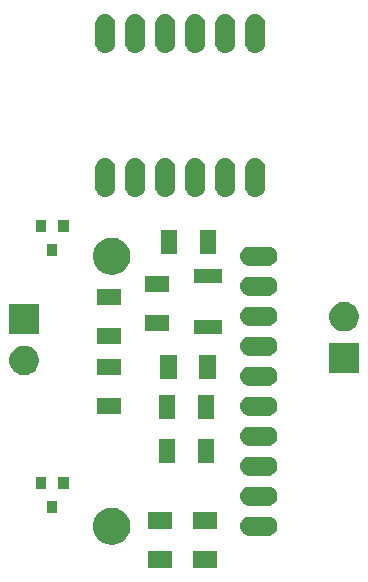
<source format=gbr>
G04 #@! TF.GenerationSoftware,KiCad,Pcbnew,(5.1.5-0-10_14)*
G04 #@! TF.CreationDate,2020-12-02T11:51:34+01:00*
G04 #@! TF.ProjectId,smartcitizen-adc-4-ch,736d6172-7463-4697-9469-7a656e2d6164,rev?*
G04 #@! TF.SameCoordinates,Original*
G04 #@! TF.FileFunction,Soldermask,Bot*
G04 #@! TF.FilePolarity,Negative*
%FSLAX46Y46*%
G04 Gerber Fmt 4.6, Leading zero omitted, Abs format (unit mm)*
G04 Created by KiCad (PCBNEW (5.1.5-0-10_14)) date 2020-12-02 11:51:34*
%MOMM*%
%LPD*%
G04 APERTURE LIST*
%ADD10C,0.100000*%
G04 APERTURE END LIST*
D10*
G36*
X159143900Y-107543800D02*
G01*
X157136900Y-107543800D01*
X157136900Y-106171800D01*
X159143900Y-106171800D01*
X159143900Y-107543800D01*
G37*
G36*
X155283100Y-107543800D02*
G01*
X153276100Y-107543800D01*
X153276100Y-106171800D01*
X155283100Y-106171800D01*
X155283100Y-107543800D01*
G37*
G36*
X150518867Y-102493663D02*
G01*
X150671011Y-102523926D01*
X150789737Y-102573104D01*
X150957641Y-102642652D01*
X150957642Y-102642653D01*
X151215604Y-102815017D01*
X151434983Y-103034396D01*
X151550153Y-103206761D01*
X151607348Y-103292359D01*
X151676896Y-103460263D01*
X151726074Y-103578989D01*
X151755270Y-103725770D01*
X151786600Y-103883275D01*
X151786600Y-104193525D01*
X151756337Y-104345667D01*
X151727178Y-104492263D01*
X151726074Y-104497810D01*
X151607348Y-104784441D01*
X151607347Y-104784442D01*
X151434983Y-105042404D01*
X151215604Y-105261783D01*
X151043239Y-105376953D01*
X150957641Y-105434148D01*
X150789737Y-105503696D01*
X150671011Y-105552874D01*
X150518867Y-105583137D01*
X150366725Y-105613400D01*
X150056475Y-105613400D01*
X149904333Y-105583137D01*
X149752189Y-105552874D01*
X149633463Y-105503696D01*
X149465559Y-105434148D01*
X149379961Y-105376953D01*
X149207596Y-105261783D01*
X148988217Y-105042404D01*
X148815853Y-104784442D01*
X148815852Y-104784441D01*
X148697126Y-104497810D01*
X148696023Y-104492263D01*
X148666863Y-104345668D01*
X148636600Y-104193525D01*
X148636600Y-103883275D01*
X148667930Y-103725770D01*
X148697126Y-103578989D01*
X148746304Y-103460263D01*
X148815852Y-103292359D01*
X148873047Y-103206761D01*
X148988217Y-103034396D01*
X149207596Y-102815017D01*
X149465558Y-102642653D01*
X149465559Y-102642652D01*
X149633463Y-102573104D01*
X149752189Y-102523926D01*
X149904333Y-102493663D01*
X150056475Y-102463400D01*
X150366725Y-102463400D01*
X150518867Y-102493663D01*
G37*
G36*
X163503347Y-103229321D02*
G01*
X163582976Y-103237164D01*
X163736227Y-103283652D01*
X163736230Y-103283653D01*
X163877463Y-103359144D01*
X164001259Y-103460741D01*
X164102856Y-103584537D01*
X164178347Y-103725770D01*
X164178348Y-103725773D01*
X164224836Y-103879024D01*
X164240533Y-104038400D01*
X164224836Y-104197776D01*
X164178348Y-104351027D01*
X164178347Y-104351030D01*
X164102856Y-104492263D01*
X164001259Y-104616059D01*
X163877463Y-104717656D01*
X163736230Y-104793147D01*
X163736227Y-104793148D01*
X163582976Y-104839636D01*
X163503347Y-104847479D01*
X163463534Y-104851400D01*
X161859666Y-104851400D01*
X161819853Y-104847479D01*
X161740224Y-104839636D01*
X161586973Y-104793148D01*
X161586970Y-104793147D01*
X161445737Y-104717656D01*
X161321941Y-104616059D01*
X161220344Y-104492263D01*
X161144853Y-104351030D01*
X161144852Y-104351027D01*
X161098364Y-104197776D01*
X161082667Y-104038400D01*
X161098364Y-103879024D01*
X161144852Y-103725773D01*
X161144853Y-103725770D01*
X161220344Y-103584537D01*
X161321941Y-103460741D01*
X161445737Y-103359144D01*
X161586970Y-103283653D01*
X161586973Y-103283652D01*
X161740224Y-103237164D01*
X161819853Y-103229321D01*
X161859666Y-103225400D01*
X163463534Y-103225400D01*
X163503347Y-103229321D01*
G37*
G36*
X159143900Y-104241800D02*
G01*
X157136900Y-104241800D01*
X157136900Y-102869800D01*
X159143900Y-102869800D01*
X159143900Y-104241800D01*
G37*
G36*
X155283100Y-104241800D02*
G01*
X153276100Y-104241800D01*
X153276100Y-102869800D01*
X155283100Y-102869800D01*
X155283100Y-104241800D01*
G37*
G36*
X145619300Y-102911500D02*
G01*
X144729900Y-102911500D01*
X144729900Y-101920500D01*
X145619300Y-101920500D01*
X145619300Y-102911500D01*
G37*
G36*
X163503347Y-100689321D02*
G01*
X163582976Y-100697164D01*
X163736227Y-100743652D01*
X163736230Y-100743653D01*
X163877463Y-100819144D01*
X164001259Y-100920741D01*
X164102856Y-101044537D01*
X164178347Y-101185770D01*
X164178348Y-101185773D01*
X164224836Y-101339024D01*
X164240533Y-101498400D01*
X164224836Y-101657776D01*
X164178348Y-101811027D01*
X164178347Y-101811030D01*
X164102856Y-101952263D01*
X164001259Y-102076059D01*
X163877463Y-102177656D01*
X163736230Y-102253147D01*
X163736227Y-102253148D01*
X163582976Y-102299636D01*
X163503347Y-102307479D01*
X163463534Y-102311400D01*
X161859666Y-102311400D01*
X161819853Y-102307479D01*
X161740224Y-102299636D01*
X161586973Y-102253148D01*
X161586970Y-102253147D01*
X161445737Y-102177656D01*
X161321941Y-102076059D01*
X161220344Y-101952263D01*
X161144853Y-101811030D01*
X161144852Y-101811027D01*
X161098364Y-101657776D01*
X161082667Y-101498400D01*
X161098364Y-101339024D01*
X161144852Y-101185773D01*
X161144853Y-101185770D01*
X161220344Y-101044537D01*
X161321941Y-100920741D01*
X161445737Y-100819144D01*
X161586970Y-100743653D01*
X161586973Y-100743652D01*
X161740224Y-100697164D01*
X161819853Y-100689321D01*
X161859666Y-100685400D01*
X163463534Y-100685400D01*
X163503347Y-100689321D01*
G37*
G36*
X146584500Y-100879500D02*
G01*
X145695100Y-100879500D01*
X145695100Y-99888500D01*
X146584500Y-99888500D01*
X146584500Y-100879500D01*
G37*
G36*
X144654100Y-100879500D02*
G01*
X143764700Y-100879500D01*
X143764700Y-99888500D01*
X144654100Y-99888500D01*
X144654100Y-100879500D01*
G37*
G36*
X163503347Y-98149321D02*
G01*
X163582976Y-98157164D01*
X163736227Y-98203652D01*
X163736230Y-98203653D01*
X163877463Y-98279144D01*
X164001259Y-98380741D01*
X164102856Y-98504537D01*
X164178347Y-98645770D01*
X164178348Y-98645773D01*
X164224836Y-98799024D01*
X164240533Y-98958400D01*
X164224836Y-99117776D01*
X164178348Y-99271027D01*
X164178347Y-99271030D01*
X164102856Y-99412263D01*
X164001259Y-99536059D01*
X163877463Y-99637656D01*
X163736230Y-99713147D01*
X163736227Y-99713148D01*
X163582976Y-99759636D01*
X163503347Y-99767479D01*
X163463534Y-99771400D01*
X161859666Y-99771400D01*
X161819853Y-99767479D01*
X161740224Y-99759636D01*
X161586973Y-99713148D01*
X161586970Y-99713147D01*
X161445737Y-99637656D01*
X161321941Y-99536059D01*
X161220344Y-99412263D01*
X161144853Y-99271030D01*
X161144852Y-99271027D01*
X161098364Y-99117776D01*
X161082667Y-98958400D01*
X161098364Y-98799024D01*
X161144852Y-98645773D01*
X161144853Y-98645770D01*
X161220344Y-98504537D01*
X161321941Y-98380741D01*
X161445737Y-98279144D01*
X161586970Y-98203653D01*
X161586973Y-98203652D01*
X161740224Y-98157164D01*
X161819853Y-98149321D01*
X161859666Y-98145400D01*
X163463534Y-98145400D01*
X163503347Y-98149321D01*
G37*
G36*
X155600600Y-98691900D02*
G01*
X154228600Y-98691900D01*
X154228600Y-96684900D01*
X155600600Y-96684900D01*
X155600600Y-98691900D01*
G37*
G36*
X158902600Y-98691900D02*
G01*
X157530600Y-98691900D01*
X157530600Y-96684900D01*
X158902600Y-96684900D01*
X158902600Y-98691900D01*
G37*
G36*
X163503347Y-95609321D02*
G01*
X163582976Y-95617164D01*
X163736227Y-95663652D01*
X163736230Y-95663653D01*
X163877463Y-95739144D01*
X164001259Y-95840741D01*
X164102856Y-95964537D01*
X164178347Y-96105770D01*
X164178348Y-96105773D01*
X164224836Y-96259024D01*
X164240533Y-96418400D01*
X164224836Y-96577776D01*
X164192340Y-96684900D01*
X164178347Y-96731030D01*
X164102856Y-96872263D01*
X164001259Y-96996059D01*
X163877463Y-97097656D01*
X163736230Y-97173147D01*
X163736227Y-97173148D01*
X163582976Y-97219636D01*
X163503347Y-97227479D01*
X163463534Y-97231400D01*
X161859666Y-97231400D01*
X161819853Y-97227479D01*
X161740224Y-97219636D01*
X161586973Y-97173148D01*
X161586970Y-97173147D01*
X161445737Y-97097656D01*
X161321941Y-96996059D01*
X161220344Y-96872263D01*
X161144853Y-96731030D01*
X161130860Y-96684900D01*
X161098364Y-96577776D01*
X161082667Y-96418400D01*
X161098364Y-96259024D01*
X161144852Y-96105773D01*
X161144853Y-96105770D01*
X161220344Y-95964537D01*
X161321941Y-95840741D01*
X161445737Y-95739144D01*
X161586970Y-95663653D01*
X161586973Y-95663652D01*
X161740224Y-95617164D01*
X161819853Y-95609321D01*
X161859666Y-95605400D01*
X163463534Y-95605400D01*
X163503347Y-95609321D01*
G37*
G36*
X158877200Y-94932700D02*
G01*
X157505200Y-94932700D01*
X157505200Y-92925700D01*
X158877200Y-92925700D01*
X158877200Y-94932700D01*
G37*
G36*
X155575200Y-94932700D02*
G01*
X154203200Y-94932700D01*
X154203200Y-92925700D01*
X155575200Y-92925700D01*
X155575200Y-94932700D01*
G37*
G36*
X163503347Y-93069321D02*
G01*
X163582976Y-93077164D01*
X163736227Y-93123652D01*
X163736230Y-93123653D01*
X163877463Y-93199144D01*
X164001259Y-93300741D01*
X164102856Y-93424537D01*
X164178347Y-93565770D01*
X164178348Y-93565773D01*
X164224836Y-93719024D01*
X164240533Y-93878400D01*
X164224836Y-94037776D01*
X164178348Y-94191027D01*
X164178347Y-94191030D01*
X164102856Y-94332263D01*
X164001259Y-94456059D01*
X163877463Y-94557656D01*
X163736230Y-94633147D01*
X163736227Y-94633148D01*
X163582976Y-94679636D01*
X163503347Y-94687479D01*
X163463534Y-94691400D01*
X161859666Y-94691400D01*
X161819853Y-94687479D01*
X161740224Y-94679636D01*
X161586973Y-94633148D01*
X161586970Y-94633147D01*
X161445737Y-94557656D01*
X161321941Y-94456059D01*
X161220344Y-94332263D01*
X161144853Y-94191030D01*
X161144852Y-94191027D01*
X161098364Y-94037776D01*
X161082667Y-93878400D01*
X161098364Y-93719024D01*
X161144852Y-93565773D01*
X161144853Y-93565770D01*
X161220344Y-93424537D01*
X161321941Y-93300741D01*
X161445737Y-93199144D01*
X161586970Y-93123653D01*
X161586973Y-93123652D01*
X161740224Y-93077164D01*
X161819853Y-93069321D01*
X161859666Y-93065400D01*
X163463534Y-93065400D01*
X163503347Y-93069321D01*
G37*
G36*
X151015900Y-94539000D02*
G01*
X149008900Y-94539000D01*
X149008900Y-93167000D01*
X151015900Y-93167000D01*
X151015900Y-94539000D01*
G37*
G36*
X163503347Y-90529321D02*
G01*
X163582976Y-90537164D01*
X163736227Y-90583652D01*
X163736230Y-90583653D01*
X163877463Y-90659144D01*
X164001259Y-90760741D01*
X164102856Y-90884537D01*
X164178347Y-91025770D01*
X164178348Y-91025773D01*
X164224836Y-91179024D01*
X164240533Y-91338400D01*
X164224836Y-91497776D01*
X164199924Y-91579900D01*
X164178347Y-91651030D01*
X164102856Y-91792263D01*
X164001259Y-91916059D01*
X163877463Y-92017656D01*
X163736230Y-92093147D01*
X163736227Y-92093148D01*
X163582976Y-92139636D01*
X163503347Y-92147479D01*
X163463534Y-92151400D01*
X161859666Y-92151400D01*
X161819853Y-92147479D01*
X161740224Y-92139636D01*
X161586973Y-92093148D01*
X161586970Y-92093147D01*
X161445737Y-92017656D01*
X161321941Y-91916059D01*
X161220344Y-91792263D01*
X161144853Y-91651030D01*
X161123276Y-91579900D01*
X161098364Y-91497776D01*
X161082667Y-91338400D01*
X161098364Y-91179024D01*
X161144852Y-91025773D01*
X161144853Y-91025770D01*
X161220344Y-90884537D01*
X161321941Y-90760741D01*
X161445737Y-90659144D01*
X161586970Y-90583653D01*
X161586973Y-90583652D01*
X161740224Y-90537164D01*
X161819853Y-90529321D01*
X161859666Y-90525400D01*
X163463534Y-90525400D01*
X163503347Y-90529321D01*
G37*
G36*
X159004200Y-91579900D02*
G01*
X157632200Y-91579900D01*
X157632200Y-89572900D01*
X159004200Y-89572900D01*
X159004200Y-91579900D01*
G37*
G36*
X155702200Y-91579900D02*
G01*
X154330200Y-91579900D01*
X154330200Y-89572900D01*
X155702200Y-89572900D01*
X155702200Y-91579900D01*
G37*
G36*
X143164903Y-88797075D02*
G01*
X143392571Y-88891378D01*
X143597466Y-89028285D01*
X143771715Y-89202534D01*
X143887661Y-89376059D01*
X143908623Y-89407431D01*
X144002925Y-89635097D01*
X144051000Y-89876786D01*
X144051000Y-90123214D01*
X144002925Y-90364903D01*
X143912317Y-90583652D01*
X143908622Y-90592571D01*
X143771715Y-90797466D01*
X143597466Y-90971715D01*
X143392571Y-91108622D01*
X143392570Y-91108623D01*
X143392569Y-91108623D01*
X143164903Y-91202925D01*
X142923214Y-91251000D01*
X142676786Y-91251000D01*
X142435097Y-91202925D01*
X142207431Y-91108623D01*
X142207430Y-91108623D01*
X142207429Y-91108622D01*
X142002534Y-90971715D01*
X141828285Y-90797466D01*
X141691378Y-90592571D01*
X141687684Y-90583652D01*
X141597075Y-90364903D01*
X141549000Y-90123214D01*
X141549000Y-89876786D01*
X141597075Y-89635097D01*
X141691377Y-89407431D01*
X141712339Y-89376059D01*
X141828285Y-89202534D01*
X142002534Y-89028285D01*
X142207429Y-88891378D01*
X142435097Y-88797075D01*
X142676786Y-88749000D01*
X142923214Y-88749000D01*
X143164903Y-88797075D01*
G37*
G36*
X151015900Y-91237000D02*
G01*
X149008900Y-91237000D01*
X149008900Y-89865000D01*
X151015900Y-89865000D01*
X151015900Y-91237000D01*
G37*
G36*
X171151000Y-91051000D02*
G01*
X168649000Y-91051000D01*
X168649000Y-88549000D01*
X171151000Y-88549000D01*
X171151000Y-91051000D01*
G37*
G36*
X163503347Y-87989321D02*
G01*
X163582976Y-87997164D01*
X163736227Y-88043652D01*
X163736230Y-88043653D01*
X163877463Y-88119144D01*
X164001259Y-88220741D01*
X164102856Y-88344537D01*
X164178347Y-88485770D01*
X164178348Y-88485773D01*
X164224836Y-88639024D01*
X164240533Y-88798400D01*
X164224836Y-88957776D01*
X164203447Y-89028285D01*
X164178347Y-89111030D01*
X164102856Y-89252263D01*
X164001259Y-89376059D01*
X163877463Y-89477656D01*
X163736230Y-89553147D01*
X163736227Y-89553148D01*
X163582976Y-89599636D01*
X163503347Y-89607479D01*
X163463534Y-89611400D01*
X161859666Y-89611400D01*
X161819853Y-89607479D01*
X161740224Y-89599636D01*
X161586973Y-89553148D01*
X161586970Y-89553147D01*
X161445737Y-89477656D01*
X161321941Y-89376059D01*
X161220344Y-89252263D01*
X161144853Y-89111030D01*
X161119753Y-89028285D01*
X161098364Y-88957776D01*
X161082667Y-88798400D01*
X161098364Y-88639024D01*
X161144852Y-88485773D01*
X161144853Y-88485770D01*
X161220344Y-88344537D01*
X161321941Y-88220741D01*
X161445737Y-88119144D01*
X161586970Y-88043653D01*
X161586973Y-88043652D01*
X161740224Y-87997164D01*
X161819853Y-87989321D01*
X161859666Y-87985400D01*
X163463534Y-87985400D01*
X163503347Y-87989321D01*
G37*
G36*
X151015900Y-88595400D02*
G01*
X149008900Y-88595400D01*
X149008900Y-87223400D01*
X151015900Y-87223400D01*
X151015900Y-88595400D01*
G37*
G36*
X159570400Y-87790200D02*
G01*
X157218400Y-87790200D01*
X157218400Y-86588200D01*
X159570400Y-86588200D01*
X159570400Y-87790200D01*
G37*
G36*
X144051000Y-87751000D02*
G01*
X141549000Y-87751000D01*
X141549000Y-85249000D01*
X144051000Y-85249000D01*
X144051000Y-87751000D01*
G37*
G36*
X170264903Y-85097075D02*
G01*
X170492571Y-85191378D01*
X170697466Y-85328285D01*
X170871715Y-85502534D01*
X171008622Y-85707429D01*
X171008623Y-85707431D01*
X171102925Y-85935097D01*
X171151000Y-86176786D01*
X171151000Y-86423214D01*
X171102925Y-86664903D01*
X171083308Y-86712264D01*
X171008622Y-86892571D01*
X170871715Y-87097466D01*
X170697466Y-87271715D01*
X170492571Y-87408622D01*
X170492570Y-87408623D01*
X170492569Y-87408623D01*
X170264903Y-87502925D01*
X170023214Y-87551000D01*
X169776786Y-87551000D01*
X169535097Y-87502925D01*
X169307431Y-87408623D01*
X169307430Y-87408623D01*
X169307429Y-87408622D01*
X169102534Y-87271715D01*
X168928285Y-87097466D01*
X168791378Y-86892571D01*
X168716693Y-86712264D01*
X168697075Y-86664903D01*
X168649000Y-86423214D01*
X168649000Y-86176786D01*
X168697075Y-85935097D01*
X168791377Y-85707431D01*
X168791378Y-85707429D01*
X168928285Y-85502534D01*
X169102534Y-85328285D01*
X169307429Y-85191378D01*
X169535097Y-85097075D01*
X169776786Y-85049000D01*
X170023214Y-85049000D01*
X170264903Y-85097075D01*
G37*
G36*
X155079900Y-87528600D02*
G01*
X153072900Y-87528600D01*
X153072900Y-86156600D01*
X155079900Y-86156600D01*
X155079900Y-87528600D01*
G37*
G36*
X163503347Y-85449321D02*
G01*
X163582976Y-85457164D01*
X163732541Y-85502534D01*
X163736230Y-85503653D01*
X163877463Y-85579144D01*
X164001259Y-85680741D01*
X164102856Y-85804537D01*
X164178347Y-85945770D01*
X164178348Y-85945773D01*
X164224836Y-86099024D01*
X164240533Y-86258400D01*
X164224836Y-86417776D01*
X164223186Y-86423214D01*
X164178347Y-86571030D01*
X164102856Y-86712263D01*
X164001259Y-86836059D01*
X163877463Y-86937656D01*
X163736230Y-87013147D01*
X163736227Y-87013148D01*
X163582976Y-87059636D01*
X163503347Y-87067479D01*
X163463534Y-87071400D01*
X161859666Y-87071400D01*
X161819853Y-87067479D01*
X161740224Y-87059636D01*
X161586973Y-87013148D01*
X161586970Y-87013147D01*
X161445737Y-86937656D01*
X161321941Y-86836059D01*
X161220344Y-86712263D01*
X161144853Y-86571030D01*
X161100014Y-86423214D01*
X161098364Y-86417776D01*
X161082667Y-86258400D01*
X161098364Y-86099024D01*
X161144852Y-85945773D01*
X161144853Y-85945770D01*
X161220344Y-85804537D01*
X161321941Y-85680741D01*
X161445737Y-85579144D01*
X161586970Y-85503653D01*
X161590659Y-85502534D01*
X161740224Y-85457164D01*
X161819853Y-85449321D01*
X161859666Y-85445400D01*
X163463534Y-85445400D01*
X163503347Y-85449321D01*
G37*
G36*
X151015900Y-85293400D02*
G01*
X149008900Y-85293400D01*
X149008900Y-83921400D01*
X151015900Y-83921400D01*
X151015900Y-85293400D01*
G37*
G36*
X163503347Y-82909321D02*
G01*
X163582976Y-82917164D01*
X163736227Y-82963652D01*
X163736230Y-82963653D01*
X163877463Y-83039144D01*
X164001259Y-83140741D01*
X164102856Y-83264537D01*
X164178347Y-83405770D01*
X164178348Y-83405773D01*
X164224836Y-83559024D01*
X164240533Y-83718400D01*
X164224836Y-83877776D01*
X164178348Y-84031027D01*
X164178347Y-84031030D01*
X164102856Y-84172263D01*
X164001259Y-84296059D01*
X163877463Y-84397656D01*
X163736230Y-84473147D01*
X163736227Y-84473148D01*
X163582976Y-84519636D01*
X163503347Y-84527479D01*
X163463534Y-84531400D01*
X161859666Y-84531400D01*
X161819853Y-84527479D01*
X161740224Y-84519636D01*
X161586973Y-84473148D01*
X161586970Y-84473147D01*
X161445737Y-84397656D01*
X161321941Y-84296059D01*
X161220344Y-84172263D01*
X161144853Y-84031030D01*
X161144852Y-84031027D01*
X161098364Y-83877776D01*
X161082667Y-83718400D01*
X161098364Y-83559024D01*
X161144852Y-83405773D01*
X161144853Y-83405770D01*
X161220344Y-83264537D01*
X161321941Y-83140741D01*
X161445737Y-83039144D01*
X161586970Y-82963653D01*
X161586973Y-82963652D01*
X161740224Y-82917164D01*
X161819853Y-82909321D01*
X161859666Y-82905400D01*
X163463534Y-82905400D01*
X163503347Y-82909321D01*
G37*
G36*
X155079900Y-84226600D02*
G01*
X153072900Y-84226600D01*
X153072900Y-82854600D01*
X155079900Y-82854600D01*
X155079900Y-84226600D01*
G37*
G36*
X159570400Y-83490200D02*
G01*
X157218400Y-83490200D01*
X157218400Y-82288200D01*
X159570400Y-82288200D01*
X159570400Y-83490200D01*
G37*
G36*
X150518867Y-79633663D02*
G01*
X150671011Y-79663926D01*
X150789737Y-79713104D01*
X150957641Y-79782652D01*
X150957642Y-79782653D01*
X151215604Y-79955017D01*
X151434983Y-80174396D01*
X151550153Y-80346761D01*
X151607348Y-80432359D01*
X151676896Y-80600263D01*
X151726074Y-80718989D01*
X151755270Y-80865770D01*
X151784656Y-81013500D01*
X151786600Y-81023276D01*
X151786600Y-81333524D01*
X151727178Y-81632263D01*
X151726074Y-81637810D01*
X151607348Y-81924441D01*
X151607347Y-81924442D01*
X151434983Y-82182404D01*
X151215604Y-82401783D01*
X151043239Y-82516953D01*
X150957641Y-82574148D01*
X150789737Y-82643696D01*
X150671011Y-82692874D01*
X150518867Y-82723137D01*
X150366725Y-82753400D01*
X150056475Y-82753400D01*
X149904333Y-82723137D01*
X149752189Y-82692874D01*
X149633463Y-82643696D01*
X149465559Y-82574148D01*
X149379961Y-82516953D01*
X149207596Y-82401783D01*
X148988217Y-82182404D01*
X148815853Y-81924442D01*
X148815852Y-81924441D01*
X148697126Y-81637810D01*
X148696023Y-81632263D01*
X148636600Y-81333524D01*
X148636600Y-81023276D01*
X148638545Y-81013500D01*
X148667930Y-80865770D01*
X148697126Y-80718989D01*
X148746304Y-80600263D01*
X148815852Y-80432359D01*
X148873047Y-80346761D01*
X148988217Y-80174396D01*
X149207596Y-79955017D01*
X149465558Y-79782653D01*
X149465559Y-79782652D01*
X149633463Y-79713104D01*
X149752189Y-79663926D01*
X150056475Y-79603400D01*
X150366725Y-79603400D01*
X150518867Y-79633663D01*
G37*
G36*
X163503347Y-80369321D02*
G01*
X163582976Y-80377164D01*
X163736227Y-80423652D01*
X163736230Y-80423653D01*
X163877463Y-80499144D01*
X164001259Y-80600741D01*
X164102856Y-80724537D01*
X164178347Y-80865770D01*
X164178348Y-80865773D01*
X164224836Y-81019024D01*
X164240533Y-81178400D01*
X164224836Y-81337776D01*
X164178348Y-81491027D01*
X164178347Y-81491030D01*
X164102856Y-81632263D01*
X164001259Y-81756059D01*
X163877463Y-81857656D01*
X163736230Y-81933147D01*
X163736227Y-81933148D01*
X163582976Y-81979636D01*
X163503347Y-81987479D01*
X163463534Y-81991400D01*
X161859666Y-81991400D01*
X161819853Y-81987479D01*
X161740224Y-81979636D01*
X161586973Y-81933148D01*
X161586970Y-81933147D01*
X161445737Y-81857656D01*
X161321941Y-81756059D01*
X161220344Y-81632263D01*
X161144853Y-81491030D01*
X161144852Y-81491027D01*
X161098364Y-81337776D01*
X161082667Y-81178400D01*
X161098364Y-81019024D01*
X161144852Y-80865773D01*
X161144853Y-80865770D01*
X161220344Y-80724537D01*
X161321941Y-80600741D01*
X161445737Y-80499144D01*
X161586970Y-80423653D01*
X161586973Y-80423652D01*
X161740224Y-80377164D01*
X161819853Y-80369321D01*
X161859666Y-80365400D01*
X163463534Y-80365400D01*
X163503347Y-80369321D01*
G37*
G36*
X145619300Y-81161500D02*
G01*
X144729900Y-81161500D01*
X144729900Y-80170500D01*
X145619300Y-80170500D01*
X145619300Y-81161500D01*
G37*
G36*
X159055000Y-81013500D02*
G01*
X157683000Y-81013500D01*
X157683000Y-79006500D01*
X159055000Y-79006500D01*
X159055000Y-81013500D01*
G37*
G36*
X155753000Y-81013500D02*
G01*
X154381000Y-81013500D01*
X154381000Y-79006500D01*
X155753000Y-79006500D01*
X155753000Y-81013500D01*
G37*
G36*
X146584500Y-79129500D02*
G01*
X145695100Y-79129500D01*
X145695100Y-78138500D01*
X146584500Y-78138500D01*
X146584500Y-79129500D01*
G37*
G36*
X144654100Y-79129500D02*
G01*
X143764700Y-79129500D01*
X143764700Y-78138500D01*
X144654100Y-78138500D01*
X144654100Y-79129500D01*
G37*
G36*
X149826095Y-72910496D02*
G01*
X149988884Y-72959878D01*
X149988887Y-72959879D01*
X150138907Y-73040066D01*
X150138908Y-73040067D01*
X150138912Y-73040069D01*
X150270412Y-73147988D01*
X150378331Y-73279488D01*
X150378333Y-73279492D01*
X150378334Y-73279493D01*
X150458521Y-73429513D01*
X150458522Y-73429516D01*
X150507904Y-73592305D01*
X150520400Y-73719180D01*
X150520400Y-75328020D01*
X150507904Y-75454895D01*
X150458522Y-75617683D01*
X150458521Y-75617687D01*
X150378334Y-75767707D01*
X150378331Y-75767712D01*
X150270412Y-75899212D01*
X150138911Y-76007131D01*
X150138907Y-76007134D01*
X149988887Y-76087321D01*
X149946526Y-76100171D01*
X149826094Y-76136704D01*
X149656800Y-76153378D01*
X149487505Y-76136704D01*
X149324716Y-76087322D01*
X149324713Y-76087321D01*
X149174693Y-76007134D01*
X149174692Y-76007133D01*
X149174688Y-76007131D01*
X149043188Y-75899212D01*
X148935269Y-75767711D01*
X148935268Y-75767710D01*
X148935266Y-75767707D01*
X148855079Y-75617687D01*
X148842229Y-75575326D01*
X148805696Y-75454894D01*
X148793200Y-75328019D01*
X148793201Y-73719180D01*
X148805697Y-73592305D01*
X148855079Y-73429516D01*
X148855080Y-73429513D01*
X148935267Y-73279493D01*
X148935268Y-73279492D01*
X148935270Y-73279488D01*
X149043189Y-73147988D01*
X149174689Y-73040069D01*
X149174693Y-73040067D01*
X149174694Y-73040066D01*
X149324714Y-72959879D01*
X149324717Y-72959878D01*
X149487506Y-72910496D01*
X149656800Y-72893822D01*
X149826095Y-72910496D01*
G37*
G36*
X152366095Y-72910496D02*
G01*
X152528884Y-72959878D01*
X152528887Y-72959879D01*
X152678907Y-73040066D01*
X152678908Y-73040067D01*
X152678912Y-73040069D01*
X152810412Y-73147988D01*
X152918331Y-73279488D01*
X152918333Y-73279492D01*
X152918334Y-73279493D01*
X152998521Y-73429513D01*
X152998522Y-73429516D01*
X153047904Y-73592305D01*
X153060400Y-73719180D01*
X153060400Y-75328020D01*
X153047904Y-75454895D01*
X152998522Y-75617683D01*
X152998521Y-75617687D01*
X152918334Y-75767707D01*
X152918331Y-75767712D01*
X152810412Y-75899212D01*
X152678911Y-76007131D01*
X152678907Y-76007134D01*
X152528887Y-76087321D01*
X152486526Y-76100171D01*
X152366094Y-76136704D01*
X152196800Y-76153378D01*
X152027505Y-76136704D01*
X151864716Y-76087322D01*
X151864713Y-76087321D01*
X151714693Y-76007134D01*
X151714692Y-76007133D01*
X151714688Y-76007131D01*
X151583188Y-75899212D01*
X151475269Y-75767711D01*
X151475268Y-75767710D01*
X151475266Y-75767707D01*
X151395079Y-75617687D01*
X151382229Y-75575326D01*
X151345696Y-75454894D01*
X151333200Y-75328019D01*
X151333201Y-73719180D01*
X151345697Y-73592305D01*
X151395079Y-73429516D01*
X151395080Y-73429513D01*
X151475267Y-73279493D01*
X151475268Y-73279492D01*
X151475270Y-73279488D01*
X151583189Y-73147988D01*
X151714689Y-73040069D01*
X151714693Y-73040067D01*
X151714694Y-73040066D01*
X151864714Y-72959879D01*
X151864717Y-72959878D01*
X152027506Y-72910496D01*
X152196800Y-72893822D01*
X152366095Y-72910496D01*
G37*
G36*
X154906095Y-72910496D02*
G01*
X155068884Y-72959878D01*
X155068887Y-72959879D01*
X155218907Y-73040066D01*
X155218908Y-73040067D01*
X155218912Y-73040069D01*
X155350412Y-73147988D01*
X155458331Y-73279488D01*
X155458333Y-73279492D01*
X155458334Y-73279493D01*
X155538521Y-73429513D01*
X155538522Y-73429516D01*
X155587904Y-73592305D01*
X155600400Y-73719180D01*
X155600400Y-75328020D01*
X155587904Y-75454895D01*
X155538522Y-75617683D01*
X155538521Y-75617687D01*
X155458334Y-75767707D01*
X155458331Y-75767712D01*
X155350412Y-75899212D01*
X155218911Y-76007131D01*
X155218907Y-76007134D01*
X155068887Y-76087321D01*
X155026526Y-76100171D01*
X154906094Y-76136704D01*
X154736800Y-76153378D01*
X154567505Y-76136704D01*
X154404716Y-76087322D01*
X154404713Y-76087321D01*
X154254693Y-76007134D01*
X154254692Y-76007133D01*
X154254688Y-76007131D01*
X154123188Y-75899212D01*
X154015269Y-75767711D01*
X154015268Y-75767710D01*
X154015266Y-75767707D01*
X153935079Y-75617687D01*
X153922229Y-75575326D01*
X153885696Y-75454894D01*
X153873200Y-75328019D01*
X153873201Y-73719180D01*
X153885697Y-73592305D01*
X153935079Y-73429516D01*
X153935080Y-73429513D01*
X154015267Y-73279493D01*
X154015268Y-73279492D01*
X154015270Y-73279488D01*
X154123189Y-73147988D01*
X154254689Y-73040069D01*
X154254693Y-73040067D01*
X154254694Y-73040066D01*
X154404714Y-72959879D01*
X154404717Y-72959878D01*
X154567506Y-72910496D01*
X154736800Y-72893822D01*
X154906095Y-72910496D01*
G37*
G36*
X157446095Y-72910496D02*
G01*
X157608884Y-72959878D01*
X157608887Y-72959879D01*
X157758907Y-73040066D01*
X157758908Y-73040067D01*
X157758912Y-73040069D01*
X157890412Y-73147988D01*
X157998331Y-73279488D01*
X157998333Y-73279492D01*
X157998334Y-73279493D01*
X158078521Y-73429513D01*
X158078522Y-73429516D01*
X158127904Y-73592305D01*
X158140400Y-73719180D01*
X158140400Y-75328020D01*
X158127904Y-75454895D01*
X158078522Y-75617683D01*
X158078521Y-75617687D01*
X157998334Y-75767707D01*
X157998331Y-75767712D01*
X157890412Y-75899212D01*
X157758911Y-76007131D01*
X157758907Y-76007134D01*
X157608887Y-76087321D01*
X157566526Y-76100171D01*
X157446094Y-76136704D01*
X157276800Y-76153378D01*
X157107505Y-76136704D01*
X156944716Y-76087322D01*
X156944713Y-76087321D01*
X156794693Y-76007134D01*
X156794692Y-76007133D01*
X156794688Y-76007131D01*
X156663188Y-75899212D01*
X156555269Y-75767711D01*
X156555268Y-75767710D01*
X156555266Y-75767707D01*
X156475079Y-75617687D01*
X156462229Y-75575326D01*
X156425696Y-75454894D01*
X156413200Y-75328019D01*
X156413201Y-73719180D01*
X156425697Y-73592305D01*
X156475079Y-73429516D01*
X156475080Y-73429513D01*
X156555267Y-73279493D01*
X156555268Y-73279492D01*
X156555270Y-73279488D01*
X156663189Y-73147988D01*
X156794689Y-73040069D01*
X156794693Y-73040067D01*
X156794694Y-73040066D01*
X156944714Y-72959879D01*
X156944717Y-72959878D01*
X157107506Y-72910496D01*
X157276800Y-72893822D01*
X157446095Y-72910496D01*
G37*
G36*
X162526095Y-72910496D02*
G01*
X162688884Y-72959878D01*
X162688887Y-72959879D01*
X162838907Y-73040066D01*
X162838908Y-73040067D01*
X162838912Y-73040069D01*
X162970412Y-73147988D01*
X163078331Y-73279488D01*
X163078333Y-73279492D01*
X163078334Y-73279493D01*
X163158521Y-73429513D01*
X163158522Y-73429516D01*
X163207904Y-73592305D01*
X163220400Y-73719180D01*
X163220400Y-75328020D01*
X163207904Y-75454895D01*
X163158522Y-75617683D01*
X163158521Y-75617687D01*
X163078334Y-75767707D01*
X163078331Y-75767712D01*
X162970412Y-75899212D01*
X162838911Y-76007131D01*
X162838907Y-76007134D01*
X162688887Y-76087321D01*
X162646526Y-76100171D01*
X162526094Y-76136704D01*
X162356800Y-76153378D01*
X162187505Y-76136704D01*
X162024716Y-76087322D01*
X162024713Y-76087321D01*
X161874693Y-76007134D01*
X161874692Y-76007133D01*
X161874688Y-76007131D01*
X161743188Y-75899212D01*
X161635269Y-75767711D01*
X161635268Y-75767710D01*
X161635266Y-75767707D01*
X161555079Y-75617687D01*
X161542229Y-75575326D01*
X161505696Y-75454894D01*
X161493200Y-75328019D01*
X161493201Y-73719180D01*
X161505697Y-73592305D01*
X161555079Y-73429516D01*
X161555080Y-73429513D01*
X161635267Y-73279493D01*
X161635268Y-73279492D01*
X161635270Y-73279488D01*
X161743189Y-73147988D01*
X161874689Y-73040069D01*
X161874693Y-73040067D01*
X161874694Y-73040066D01*
X162024714Y-72959879D01*
X162024717Y-72959878D01*
X162187506Y-72910496D01*
X162356800Y-72893822D01*
X162526095Y-72910496D01*
G37*
G36*
X159986095Y-72910496D02*
G01*
X160148884Y-72959878D01*
X160148887Y-72959879D01*
X160298907Y-73040066D01*
X160298908Y-73040067D01*
X160298912Y-73040069D01*
X160430412Y-73147988D01*
X160538331Y-73279488D01*
X160538333Y-73279492D01*
X160538334Y-73279493D01*
X160618521Y-73429513D01*
X160618522Y-73429516D01*
X160667904Y-73592305D01*
X160680400Y-73719180D01*
X160680400Y-75328020D01*
X160667904Y-75454895D01*
X160618522Y-75617683D01*
X160618521Y-75617687D01*
X160538334Y-75767707D01*
X160538331Y-75767712D01*
X160430412Y-75899212D01*
X160298911Y-76007131D01*
X160298907Y-76007134D01*
X160148887Y-76087321D01*
X160106526Y-76100171D01*
X159986094Y-76136704D01*
X159816800Y-76153378D01*
X159647505Y-76136704D01*
X159484716Y-76087322D01*
X159484713Y-76087321D01*
X159334693Y-76007134D01*
X159334692Y-76007133D01*
X159334688Y-76007131D01*
X159203188Y-75899212D01*
X159095269Y-75767711D01*
X159095268Y-75767710D01*
X159095266Y-75767707D01*
X159015079Y-75617687D01*
X159002229Y-75575326D01*
X158965696Y-75454894D01*
X158953200Y-75328019D01*
X158953201Y-73719180D01*
X158965697Y-73592305D01*
X159015079Y-73429516D01*
X159015080Y-73429513D01*
X159095267Y-73279493D01*
X159095268Y-73279492D01*
X159095270Y-73279488D01*
X159203189Y-73147988D01*
X159334689Y-73040069D01*
X159334693Y-73040067D01*
X159334694Y-73040066D01*
X159484714Y-72959879D01*
X159484717Y-72959878D01*
X159647506Y-72910496D01*
X159816800Y-72893822D01*
X159986095Y-72910496D01*
G37*
G36*
X149826094Y-60716896D02*
G01*
X149946526Y-60753429D01*
X149988887Y-60766279D01*
X150138907Y-60846466D01*
X150138910Y-60846468D01*
X150138911Y-60846469D01*
X150270412Y-60954388D01*
X150378331Y-61085888D01*
X150378333Y-61085892D01*
X150378334Y-61085893D01*
X150458521Y-61235913D01*
X150458522Y-61235916D01*
X150507904Y-61398705D01*
X150520400Y-61525580D01*
X150520400Y-63134420D01*
X150507904Y-63261295D01*
X150458522Y-63424084D01*
X150458521Y-63424087D01*
X150378334Y-63574107D01*
X150378331Y-63574112D01*
X150270412Y-63705612D01*
X150138912Y-63813531D01*
X150138908Y-63813533D01*
X150138907Y-63813534D01*
X149988887Y-63893721D01*
X149988884Y-63893722D01*
X149826095Y-63943104D01*
X149656800Y-63959778D01*
X149487506Y-63943104D01*
X149324717Y-63893722D01*
X149324714Y-63893721D01*
X149174694Y-63813534D01*
X149174693Y-63813533D01*
X149174689Y-63813531D01*
X149043189Y-63705612D01*
X148935270Y-63574112D01*
X148935267Y-63574107D01*
X148855080Y-63424087D01*
X148855079Y-63424084D01*
X148805697Y-63261295D01*
X148793201Y-63134420D01*
X148793200Y-61525581D01*
X148805696Y-61398706D01*
X148855078Y-61235917D01*
X148855079Y-61235913D01*
X148935266Y-61085893D01*
X148935270Y-61085888D01*
X149043188Y-60954388D01*
X149174688Y-60846469D01*
X149174692Y-60846467D01*
X149174693Y-60846466D01*
X149324713Y-60766279D01*
X149324716Y-60766278D01*
X149487505Y-60716896D01*
X149656800Y-60700222D01*
X149826094Y-60716896D01*
G37*
G36*
X152366094Y-60716896D02*
G01*
X152486526Y-60753429D01*
X152528887Y-60766279D01*
X152678907Y-60846466D01*
X152678910Y-60846468D01*
X152678911Y-60846469D01*
X152810412Y-60954388D01*
X152918331Y-61085888D01*
X152918333Y-61085892D01*
X152918334Y-61085893D01*
X152998521Y-61235913D01*
X152998522Y-61235916D01*
X153047904Y-61398705D01*
X153060400Y-61525580D01*
X153060400Y-63134420D01*
X153047904Y-63261295D01*
X152998522Y-63424084D01*
X152998521Y-63424087D01*
X152918334Y-63574107D01*
X152918331Y-63574112D01*
X152810412Y-63705612D01*
X152678912Y-63813531D01*
X152678908Y-63813533D01*
X152678907Y-63813534D01*
X152528887Y-63893721D01*
X152528884Y-63893722D01*
X152366095Y-63943104D01*
X152196800Y-63959778D01*
X152027506Y-63943104D01*
X151864717Y-63893722D01*
X151864714Y-63893721D01*
X151714694Y-63813534D01*
X151714693Y-63813533D01*
X151714689Y-63813531D01*
X151583189Y-63705612D01*
X151475270Y-63574112D01*
X151475267Y-63574107D01*
X151395080Y-63424087D01*
X151395079Y-63424084D01*
X151345697Y-63261295D01*
X151333201Y-63134420D01*
X151333200Y-61525581D01*
X151345696Y-61398706D01*
X151395078Y-61235917D01*
X151395079Y-61235913D01*
X151475266Y-61085893D01*
X151475270Y-61085888D01*
X151583188Y-60954388D01*
X151714688Y-60846469D01*
X151714692Y-60846467D01*
X151714693Y-60846466D01*
X151864713Y-60766279D01*
X151864716Y-60766278D01*
X152027505Y-60716896D01*
X152196800Y-60700222D01*
X152366094Y-60716896D01*
G37*
G36*
X154906094Y-60716896D02*
G01*
X155026526Y-60753429D01*
X155068887Y-60766279D01*
X155218907Y-60846466D01*
X155218910Y-60846468D01*
X155218911Y-60846469D01*
X155350412Y-60954388D01*
X155458331Y-61085888D01*
X155458333Y-61085892D01*
X155458334Y-61085893D01*
X155538521Y-61235913D01*
X155538522Y-61235916D01*
X155587904Y-61398705D01*
X155600400Y-61525580D01*
X155600400Y-63134420D01*
X155587904Y-63261295D01*
X155538522Y-63424084D01*
X155538521Y-63424087D01*
X155458334Y-63574107D01*
X155458331Y-63574112D01*
X155350412Y-63705612D01*
X155218912Y-63813531D01*
X155218908Y-63813533D01*
X155218907Y-63813534D01*
X155068887Y-63893721D01*
X155068884Y-63893722D01*
X154906095Y-63943104D01*
X154736800Y-63959778D01*
X154567506Y-63943104D01*
X154404717Y-63893722D01*
X154404714Y-63893721D01*
X154254694Y-63813534D01*
X154254693Y-63813533D01*
X154254689Y-63813531D01*
X154123189Y-63705612D01*
X154015270Y-63574112D01*
X154015267Y-63574107D01*
X153935080Y-63424087D01*
X153935079Y-63424084D01*
X153885697Y-63261295D01*
X153873201Y-63134420D01*
X153873200Y-61525581D01*
X153885696Y-61398706D01*
X153935078Y-61235917D01*
X153935079Y-61235913D01*
X154015266Y-61085893D01*
X154015270Y-61085888D01*
X154123188Y-60954388D01*
X154254688Y-60846469D01*
X154254692Y-60846467D01*
X154254693Y-60846466D01*
X154404713Y-60766279D01*
X154404716Y-60766278D01*
X154567505Y-60716896D01*
X154736800Y-60700222D01*
X154906094Y-60716896D01*
G37*
G36*
X157446094Y-60716896D02*
G01*
X157566526Y-60753429D01*
X157608887Y-60766279D01*
X157758907Y-60846466D01*
X157758910Y-60846468D01*
X157758911Y-60846469D01*
X157890412Y-60954388D01*
X157998331Y-61085888D01*
X157998333Y-61085892D01*
X157998334Y-61085893D01*
X158078521Y-61235913D01*
X158078522Y-61235916D01*
X158127904Y-61398705D01*
X158140400Y-61525580D01*
X158140400Y-63134420D01*
X158127904Y-63261295D01*
X158078522Y-63424084D01*
X158078521Y-63424087D01*
X157998334Y-63574107D01*
X157998331Y-63574112D01*
X157890412Y-63705612D01*
X157758912Y-63813531D01*
X157758908Y-63813533D01*
X157758907Y-63813534D01*
X157608887Y-63893721D01*
X157608884Y-63893722D01*
X157446095Y-63943104D01*
X157276800Y-63959778D01*
X157107506Y-63943104D01*
X156944717Y-63893722D01*
X156944714Y-63893721D01*
X156794694Y-63813534D01*
X156794693Y-63813533D01*
X156794689Y-63813531D01*
X156663189Y-63705612D01*
X156555270Y-63574112D01*
X156555267Y-63574107D01*
X156475080Y-63424087D01*
X156475079Y-63424084D01*
X156425697Y-63261295D01*
X156413201Y-63134420D01*
X156413200Y-61525581D01*
X156425696Y-61398706D01*
X156475078Y-61235917D01*
X156475079Y-61235913D01*
X156555266Y-61085893D01*
X156555270Y-61085888D01*
X156663188Y-60954388D01*
X156794688Y-60846469D01*
X156794692Y-60846467D01*
X156794693Y-60846466D01*
X156944713Y-60766279D01*
X156944716Y-60766278D01*
X157107505Y-60716896D01*
X157276800Y-60700222D01*
X157446094Y-60716896D01*
G37*
G36*
X159986094Y-60716896D02*
G01*
X160106526Y-60753429D01*
X160148887Y-60766279D01*
X160298907Y-60846466D01*
X160298910Y-60846468D01*
X160298911Y-60846469D01*
X160430412Y-60954388D01*
X160538331Y-61085888D01*
X160538333Y-61085892D01*
X160538334Y-61085893D01*
X160618521Y-61235913D01*
X160618522Y-61235916D01*
X160667904Y-61398705D01*
X160680400Y-61525580D01*
X160680400Y-63134420D01*
X160667904Y-63261295D01*
X160618522Y-63424084D01*
X160618521Y-63424087D01*
X160538334Y-63574107D01*
X160538331Y-63574112D01*
X160430412Y-63705612D01*
X160298912Y-63813531D01*
X160298908Y-63813533D01*
X160298907Y-63813534D01*
X160148887Y-63893721D01*
X160148884Y-63893722D01*
X159986095Y-63943104D01*
X159816800Y-63959778D01*
X159647506Y-63943104D01*
X159484717Y-63893722D01*
X159484714Y-63893721D01*
X159334694Y-63813534D01*
X159334693Y-63813533D01*
X159334689Y-63813531D01*
X159203189Y-63705612D01*
X159095270Y-63574112D01*
X159095267Y-63574107D01*
X159015080Y-63424087D01*
X159015079Y-63424084D01*
X158965697Y-63261295D01*
X158953201Y-63134420D01*
X158953200Y-61525581D01*
X158965696Y-61398706D01*
X159015078Y-61235917D01*
X159015079Y-61235913D01*
X159095266Y-61085893D01*
X159095270Y-61085888D01*
X159203188Y-60954388D01*
X159334688Y-60846469D01*
X159334692Y-60846467D01*
X159334693Y-60846466D01*
X159484713Y-60766279D01*
X159484716Y-60766278D01*
X159647505Y-60716896D01*
X159816800Y-60700222D01*
X159986094Y-60716896D01*
G37*
G36*
X162526094Y-60716896D02*
G01*
X162646526Y-60753429D01*
X162688887Y-60766279D01*
X162838907Y-60846466D01*
X162838910Y-60846468D01*
X162838911Y-60846469D01*
X162970412Y-60954388D01*
X163078331Y-61085888D01*
X163078333Y-61085892D01*
X163078334Y-61085893D01*
X163158521Y-61235913D01*
X163158522Y-61235916D01*
X163207904Y-61398705D01*
X163220400Y-61525580D01*
X163220400Y-63134420D01*
X163207904Y-63261295D01*
X163158522Y-63424084D01*
X163158521Y-63424087D01*
X163078334Y-63574107D01*
X163078331Y-63574112D01*
X162970412Y-63705612D01*
X162838912Y-63813531D01*
X162838908Y-63813533D01*
X162838907Y-63813534D01*
X162688887Y-63893721D01*
X162688884Y-63893722D01*
X162526095Y-63943104D01*
X162356800Y-63959778D01*
X162187506Y-63943104D01*
X162024717Y-63893722D01*
X162024714Y-63893721D01*
X161874694Y-63813534D01*
X161874693Y-63813533D01*
X161874689Y-63813531D01*
X161743189Y-63705612D01*
X161635270Y-63574112D01*
X161635267Y-63574107D01*
X161555080Y-63424087D01*
X161555079Y-63424084D01*
X161505697Y-63261295D01*
X161493201Y-63134420D01*
X161493200Y-61525581D01*
X161505696Y-61398706D01*
X161555078Y-61235917D01*
X161555079Y-61235913D01*
X161635266Y-61085893D01*
X161635270Y-61085888D01*
X161743188Y-60954388D01*
X161874688Y-60846469D01*
X161874692Y-60846467D01*
X161874693Y-60846466D01*
X162024713Y-60766279D01*
X162024716Y-60766278D01*
X162187505Y-60716896D01*
X162356800Y-60700222D01*
X162526094Y-60716896D01*
G37*
M02*

</source>
